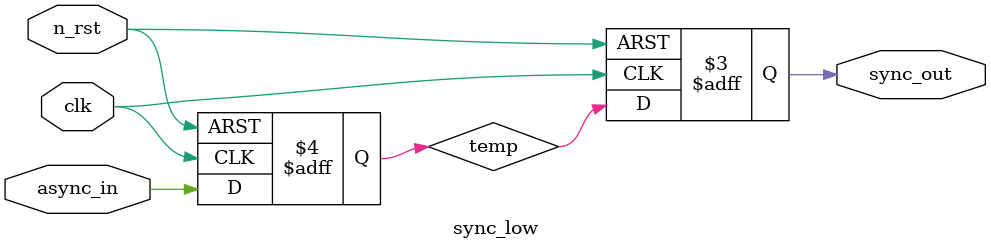
<source format=sv>
module sync_low(
    input logic clk,
    input logic n_rst,
    input logic async_in,
    output logic sync_out
);
    logic temp;
    always_ff @ (posedge clk, negedge n_rst) begin 
        if (1'b0 == n_rst) begin
            temp <= '0;
            sync_out <= '0;
        end
        else begin
            temp <= async_in;
            sync_out <= temp;
        end
    end

endmodule
</source>
